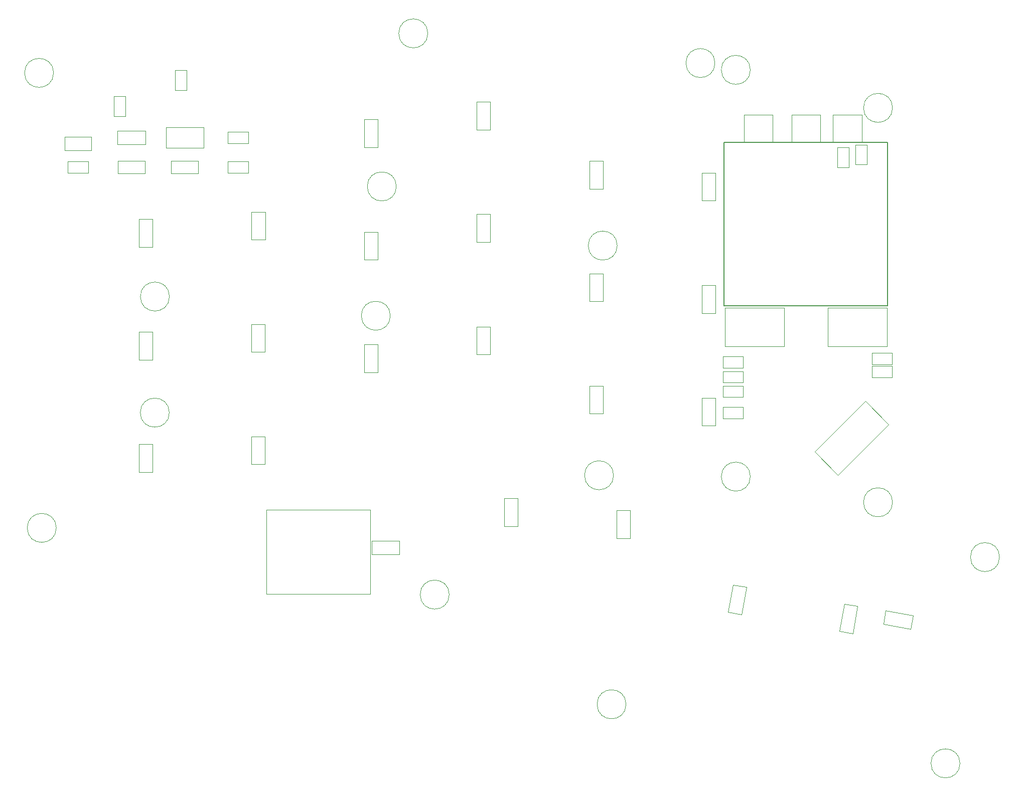
<source format=gbr>
%TF.GenerationSoftware,KiCad,Pcbnew,5.1.9*%
%TF.CreationDate,2021-05-05T06:58:16-05:00*%
%TF.ProjectId,monarch,6d6f6e61-7263-4682-9e6b-696361645f70,rev?*%
%TF.SameCoordinates,Original*%
%TF.FileFunction,Other,User*%
%FSLAX46Y46*%
G04 Gerber Fmt 4.6, Leading zero omitted, Abs format (unit mm)*
G04 Created by KiCad (PCBNEW 5.1.9) date 2021-05-05 06:58:16*
%MOMM*%
%LPD*%
G01*
G04 APERTURE LIST*
%ADD10C,0.050000*%
%ADD11C,0.150000*%
G04 APERTURE END LIST*
D10*
%TO.C,H9*%
X176500000Y-95850000D02*
G75*
G03*
X176500000Y-95850000I-2450000J0D01*
G01*
%TO.C,D23*%
X133790602Y-100915397D02*
X131525544Y-100516006D01*
X130709398Y-105144603D02*
X131525544Y-100516006D01*
X132974456Y-105543994D02*
X130709398Y-105144603D01*
X133790602Y-100915397D02*
X132974456Y-105543994D01*
%TO.C,D18*%
X128575000Y-68941000D02*
X126275000Y-68941000D01*
X126275000Y-73641000D02*
X126275000Y-68941000D01*
X128575000Y-73641000D02*
X126275000Y-73641000D01*
X128575000Y-68941000D02*
X128575000Y-73641000D01*
%TO.C,D25*%
X32350000Y-26150000D02*
X32350000Y-23850000D01*
X27650000Y-23850000D02*
X32350000Y-23850000D01*
X27650000Y-26150000D02*
X27650000Y-23850000D01*
X32350000Y-26150000D02*
X27650000Y-26150000D01*
%TO.C,D24*%
X152564083Y-104150330D02*
X150299025Y-103750939D01*
X149482879Y-108379536D02*
X150299025Y-103750939D01*
X151747937Y-108778927D02*
X149482879Y-108379536D01*
X152564083Y-104150330D02*
X151747937Y-108778927D01*
%TO.C,D22*%
X157295397Y-104899398D02*
X156896006Y-107164456D01*
X161524603Y-107980602D02*
X156896006Y-107164456D01*
X161923994Y-105715544D02*
X161524603Y-107980602D01*
X157295397Y-104899398D02*
X161923994Y-105715544D01*
%TO.C,D21*%
X114187500Y-87950000D02*
X111887500Y-87950000D01*
X111887500Y-92650000D02*
X111887500Y-87950000D01*
X114187500Y-92650000D02*
X111887500Y-92650000D01*
X114187500Y-87950000D02*
X114187500Y-92650000D01*
%TO.C,D20*%
X95187500Y-85950000D02*
X92887500Y-85950000D01*
X92887500Y-90650000D02*
X92887500Y-85950000D01*
X95187500Y-90650000D02*
X92887500Y-90650000D01*
X95187500Y-85950000D02*
X95187500Y-90650000D01*
%TO.C,D19*%
X75260000Y-95400000D02*
X75260000Y-93100000D01*
X70560000Y-93100000D02*
X75260000Y-93100000D01*
X70560000Y-95400000D02*
X70560000Y-93100000D01*
X75260000Y-95400000D02*
X70560000Y-95400000D01*
%TO.C,D17*%
X109575000Y-66941000D02*
X107275000Y-66941000D01*
X107275000Y-71641000D02*
X107275000Y-66941000D01*
X109575000Y-71641000D02*
X107275000Y-71641000D01*
X109575000Y-66941000D02*
X109575000Y-71641000D01*
%TO.C,D16*%
X90575000Y-56941000D02*
X88275000Y-56941000D01*
X88275000Y-61641000D02*
X88275000Y-56941000D01*
X90575000Y-61641000D02*
X88275000Y-61641000D01*
X90575000Y-56941000D02*
X90575000Y-61641000D01*
%TO.C,D15*%
X71575000Y-59941000D02*
X69275000Y-59941000D01*
X69275000Y-64641000D02*
X69275000Y-59941000D01*
X71575000Y-64641000D02*
X69275000Y-64641000D01*
X71575000Y-59941000D02*
X71575000Y-64641000D01*
%TO.C,D14*%
X52575000Y-75491000D02*
X50275000Y-75491000D01*
X50275000Y-80191000D02*
X50275000Y-75491000D01*
X52575000Y-80191000D02*
X50275000Y-80191000D01*
X52575000Y-75491000D02*
X52575000Y-80191000D01*
%TO.C,D13*%
X33575000Y-76791000D02*
X31275000Y-76791000D01*
X31275000Y-81491000D02*
X31275000Y-76791000D01*
X33575000Y-81491000D02*
X31275000Y-81491000D01*
X33575000Y-76791000D02*
X33575000Y-81491000D01*
%TO.C,D12*%
X128575000Y-49941000D02*
X126275000Y-49941000D01*
X126275000Y-54641000D02*
X126275000Y-49941000D01*
X128575000Y-54641000D02*
X126275000Y-54641000D01*
X128575000Y-49941000D02*
X128575000Y-54641000D01*
%TO.C,D11*%
X109575000Y-47941000D02*
X107275000Y-47941000D01*
X107275000Y-52641000D02*
X107275000Y-47941000D01*
X109575000Y-52641000D02*
X107275000Y-52641000D01*
X109575000Y-47941000D02*
X109575000Y-52641000D01*
%TO.C,D10*%
X90575000Y-37941000D02*
X88275000Y-37941000D01*
X88275000Y-42641000D02*
X88275000Y-37941000D01*
X90575000Y-42641000D02*
X88275000Y-42641000D01*
X90575000Y-37941000D02*
X90575000Y-42641000D01*
%TO.C,D9*%
X71575000Y-40941000D02*
X69275000Y-40941000D01*
X69275000Y-45641000D02*
X69275000Y-40941000D01*
X71575000Y-45641000D02*
X69275000Y-45641000D01*
X71575000Y-40941000D02*
X71575000Y-45641000D01*
%TO.C,D8*%
X52575000Y-56491000D02*
X50275000Y-56491000D01*
X50275000Y-61191000D02*
X50275000Y-56491000D01*
X52575000Y-61191000D02*
X50275000Y-61191000D01*
X52575000Y-56491000D02*
X52575000Y-61191000D01*
%TO.C,D7*%
X33570000Y-57840000D02*
X31270000Y-57840000D01*
X31270000Y-62540000D02*
X31270000Y-57840000D01*
X33570000Y-62540000D02*
X31270000Y-62540000D01*
X33570000Y-57840000D02*
X33570000Y-62540000D01*
%TO.C,D6*%
X128575000Y-30941000D02*
X126275000Y-30941000D01*
X126275000Y-35641000D02*
X126275000Y-30941000D01*
X128575000Y-35641000D02*
X126275000Y-35641000D01*
X128575000Y-30941000D02*
X128575000Y-35641000D01*
%TO.C,D5*%
X109575000Y-28941000D02*
X107275000Y-28941000D01*
X107275000Y-33641000D02*
X107275000Y-28941000D01*
X109575000Y-33641000D02*
X107275000Y-33641000D01*
X109575000Y-28941000D02*
X109575000Y-33641000D01*
%TO.C,D4*%
X90575000Y-18941000D02*
X88275000Y-18941000D01*
X88275000Y-23641000D02*
X88275000Y-18941000D01*
X90575000Y-23641000D02*
X88275000Y-23641000D01*
X90575000Y-18941000D02*
X90575000Y-23641000D01*
%TO.C,D3*%
X71575000Y-21941000D02*
X69275000Y-21941000D01*
X69275000Y-26641000D02*
X69275000Y-21941000D01*
X71575000Y-26641000D02*
X69275000Y-26641000D01*
X71575000Y-21941000D02*
X71575000Y-26641000D01*
%TO.C,D2*%
X52580000Y-37550000D02*
X50280000Y-37550000D01*
X50280000Y-42250000D02*
X50280000Y-37550000D01*
X52580000Y-42250000D02*
X50280000Y-42250000D01*
X52580000Y-37550000D02*
X52580000Y-42250000D01*
%TO.C,D1*%
X33575000Y-38791000D02*
X31275000Y-38791000D01*
X31275000Y-43491000D02*
X31275000Y-38791000D01*
X33575000Y-43491000D02*
X31275000Y-43491000D01*
X33575000Y-38791000D02*
X33575000Y-43491000D01*
%TO.C,H1*%
X128480000Y-12400000D02*
G75*
G03*
X128480000Y-12400000I-2450000J0D01*
G01*
D11*
%TO.C,J3*%
X130010000Y-53400000D02*
X157610000Y-53400000D01*
X157610000Y-25800000D02*
X157610000Y-53400000D01*
X130010000Y-25800000D02*
X130010000Y-53400000D01*
X130010000Y-25800000D02*
X157610000Y-25800000D01*
D10*
%TO.C,16mhz1*%
X145294517Y-78035685D02*
X149254315Y-81995483D01*
X149254315Y-81995483D02*
X157810307Y-73439491D01*
X157810307Y-73439491D02*
X153850509Y-69479693D01*
X153850509Y-69479693D02*
X145294517Y-78035685D01*
%TO.C,Boot1*%
X130200000Y-53750000D02*
X140200000Y-53750000D01*
X130200000Y-60250000D02*
X140200000Y-60250000D01*
X130200000Y-53750000D02*
X130200000Y-60250000D01*
X140200000Y-60250000D02*
X140200000Y-53750000D01*
%TO.C,C5*%
X129800000Y-70520000D02*
X133200000Y-70520000D01*
X129800000Y-72480000D02*
X129800000Y-70520000D01*
X133200000Y-72480000D02*
X129800000Y-72480000D01*
X133200000Y-70520000D02*
X133200000Y-72480000D01*
%TO.C,H1*%
X134450000Y-13550000D02*
G75*
G03*
X134450000Y-13550000I-2450000J0D01*
G01*
X158450000Y-19970000D02*
G75*
G03*
X158450000Y-19970000I-2450000J0D01*
G01*
X36400000Y-71450000D02*
G75*
G03*
X36400000Y-71450000I-2450000J0D01*
G01*
%TO.C,H6*%
X74710000Y-33240000D02*
G75*
G03*
X74710000Y-33240000I-2450000J0D01*
G01*
%TO.C,H1*%
X113480000Y-120710000D02*
G75*
G03*
X113480000Y-120710000I-2450000J0D01*
G01*
X17324828Y-90916530D02*
G75*
G03*
X17324828Y-90916530I-2450000J0D01*
G01*
X16870000Y-14060000D02*
G75*
G03*
X16870000Y-14060000I-2450000J0D01*
G01*
X80020000Y-7390000D02*
G75*
G03*
X80020000Y-7390000I-2450000J0D01*
G01*
%TO.C,H10*%
X83636634Y-102186410D02*
G75*
G03*
X83636634Y-102186410I-2450000J0D01*
G01*
%TO.C,H9*%
X169830000Y-130690000D02*
G75*
G03*
X169830000Y-130690000I-2450000J0D01*
G01*
%TO.C,H8*%
X111370000Y-82030000D02*
G75*
G03*
X111370000Y-82030000I-2450000J0D01*
G01*
%TO.C,H7*%
X111990000Y-43230000D02*
G75*
G03*
X111990000Y-43230000I-2450000J0D01*
G01*
%TO.C,H2*%
X158450000Y-86590000D02*
G75*
G03*
X158450000Y-86590000I-2450000J0D01*
G01*
%TO.C,H5*%
X73700000Y-55080000D02*
G75*
G03*
X73700000Y-55080000I-2450000J0D01*
G01*
%TO.C,H4*%
X134450000Y-82250000D02*
G75*
G03*
X134450000Y-82250000I-2450000J0D01*
G01*
%TO.C,H3*%
X36420000Y-51840000D02*
G75*
G03*
X36420000Y-51840000I-2450000J0D01*
G01*
%TO.C,D27*%
X146250000Y-21180000D02*
X141400000Y-21180000D01*
X146250000Y-25680000D02*
X146250000Y-21180000D01*
X141400000Y-25680000D02*
X146250000Y-25680000D01*
X141400000Y-21180000D02*
X141400000Y-25680000D01*
%TO.C,R6*%
X151070000Y-26657500D02*
X151070000Y-30017500D01*
X149170000Y-26657500D02*
X151070000Y-26657500D01*
X149170000Y-30017500D02*
X149170000Y-26657500D01*
X151070000Y-30017500D02*
X149170000Y-30017500D01*
%TO.C,RESET_SW1*%
X147500000Y-53750000D02*
X157500000Y-53750000D01*
X147500000Y-60250000D02*
X157500000Y-60250000D01*
X147500000Y-53750000D02*
X147500000Y-60250000D01*
X157500000Y-60250000D02*
X157500000Y-53750000D01*
%TO.C,RED1*%
X148400000Y-21180000D02*
X148400000Y-25680000D01*
X148400000Y-25680000D02*
X153250000Y-25680000D01*
X153250000Y-25680000D02*
X153250000Y-21180000D01*
X153250000Y-21180000D02*
X148400000Y-21180000D01*
%TO.C,D26*%
X133400000Y-21180000D02*
X133400000Y-25680000D01*
X133400000Y-25680000D02*
X138250000Y-25680000D01*
X138250000Y-25680000D02*
X138250000Y-21180000D01*
X138250000Y-21180000D02*
X133400000Y-21180000D01*
%TO.C,R8*%
X158342500Y-63590000D02*
X158342500Y-65490000D01*
X158342500Y-65490000D02*
X154982500Y-65490000D01*
X154982500Y-65490000D02*
X154982500Y-63590000D01*
X154982500Y-63590000D02*
X158342500Y-63590000D01*
%TO.C,SW19*%
X70290000Y-102070000D02*
X52790000Y-102070000D01*
X70290000Y-102070000D02*
X70290000Y-87870000D01*
X52790000Y-87870000D02*
X52790000Y-102070000D01*
X52790000Y-87870000D02*
X70290000Y-87870000D01*
%TO.C,R4*%
X39293341Y-16986077D02*
X37393341Y-16986077D01*
X37393341Y-16986077D02*
X37393341Y-13626077D01*
X37393341Y-13626077D02*
X39293341Y-13626077D01*
X39293341Y-13626077D02*
X39293341Y-16986077D01*
%TO.C,R3*%
X28980951Y-21367290D02*
X27080951Y-21367290D01*
X27080951Y-21367290D02*
X27080951Y-18007290D01*
X27080951Y-18007290D02*
X28980951Y-18007290D01*
X28980951Y-18007290D02*
X28980951Y-21367290D01*
%TO.C,U2*%
X42180000Y-23250000D02*
X35820000Y-23250000D01*
X42180000Y-26750000D02*
X42180000Y-23250000D01*
X35820000Y-26750000D02*
X42180000Y-26750000D01*
X35820000Y-23250000D02*
X35820000Y-26750000D01*
%TO.C,R7*%
X129820000Y-66950000D02*
X133180000Y-66950000D01*
X129820000Y-68850000D02*
X129820000Y-66950000D01*
X133180000Y-68850000D02*
X129820000Y-68850000D01*
X133180000Y-66950000D02*
X133180000Y-68850000D01*
%TO.C,R5*%
X129820000Y-64450000D02*
X133180000Y-64450000D01*
X129820000Y-66350000D02*
X129820000Y-64450000D01*
X133180000Y-66350000D02*
X129820000Y-66350000D01*
X133180000Y-64450000D02*
X133180000Y-66350000D01*
%TO.C,R2*%
X158342500Y-63290000D02*
X154982500Y-63290000D01*
X158342500Y-61390000D02*
X158342500Y-63290000D01*
X154982500Y-61390000D02*
X158342500Y-61390000D01*
X154982500Y-63290000D02*
X154982500Y-61390000D01*
%TO.C,R1*%
X154120000Y-26192500D02*
X154120000Y-29552500D01*
X152220000Y-26192500D02*
X154120000Y-26192500D01*
X152220000Y-29552500D02*
X152220000Y-26192500D01*
X154120000Y-29552500D02*
X152220000Y-29552500D01*
%TO.C,F1*%
X23280000Y-27120000D02*
X18720000Y-27120000D01*
X23280000Y-24880000D02*
X23280000Y-27120000D01*
X18720000Y-24880000D02*
X23280000Y-24880000D01*
X18720000Y-27120000D02*
X18720000Y-24880000D01*
%TO.C,C19*%
X32300000Y-31050000D02*
X27700000Y-31050000D01*
X32300000Y-28950000D02*
X32300000Y-31050000D01*
X27700000Y-28950000D02*
X32300000Y-28950000D01*
X27700000Y-31050000D02*
X27700000Y-28950000D01*
%TO.C,C8*%
X49700000Y-25980000D02*
X46300000Y-25980000D01*
X49700000Y-24020000D02*
X49700000Y-25980000D01*
X46300000Y-24020000D02*
X49700000Y-24020000D01*
X46300000Y-25980000D02*
X46300000Y-24020000D01*
%TO.C,C7*%
X49700000Y-30980000D02*
X46300000Y-30980000D01*
X49700000Y-29020000D02*
X49700000Y-30980000D01*
X46300000Y-29020000D02*
X49700000Y-29020000D01*
X46300000Y-30980000D02*
X46300000Y-29020000D01*
%TO.C,C6*%
X41300000Y-31050000D02*
X36700000Y-31050000D01*
X41300000Y-28950000D02*
X41300000Y-31050000D01*
X36700000Y-28950000D02*
X41300000Y-28950000D01*
X36700000Y-31050000D02*
X36700000Y-28950000D01*
%TO.C,C3*%
X22700000Y-30980000D02*
X19300000Y-30980000D01*
X22700000Y-29020000D02*
X22700000Y-30980000D01*
X19300000Y-29020000D02*
X22700000Y-29020000D01*
X19300000Y-30980000D02*
X19300000Y-29020000D01*
%TO.C,C1*%
X133200000Y-63880000D02*
X129800000Y-63880000D01*
X133200000Y-61920000D02*
X133200000Y-63880000D01*
X129800000Y-61920000D02*
X133200000Y-61920000D01*
X129800000Y-63880000D02*
X129800000Y-61920000D01*
%TD*%
M02*

</source>
